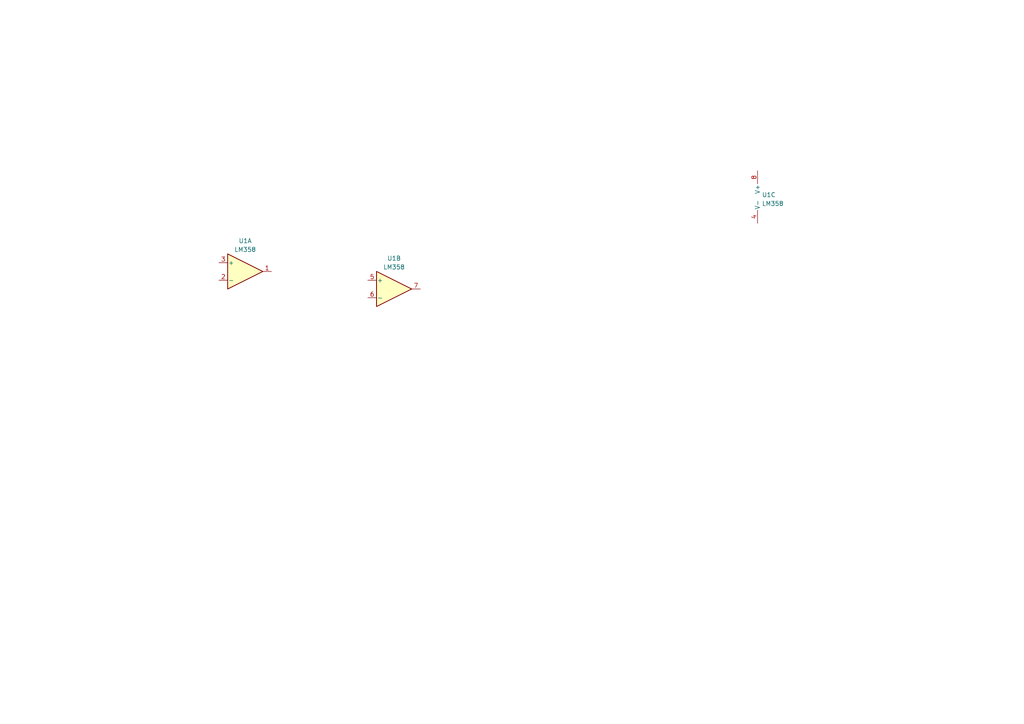
<source format=kicad_sch>
(kicad_sch (version 20230121) (generator eeschema)
  (paper "A4")
  (lib_symbols
    (symbol "Amplifier_Operational:LM358" (pin_names (offset 0.127))
      (property "Reference" "U" (at 0 5.08 0))
      (property "Value" "LM358" (at 0 -5.08 0))
      (symbol "LM358_1_1"
        (polyline (pts (xy -5.08 5.08) (xy 5.08 0) (xy -5.08 -5.08) (xy -5.08 5.08)) (stroke (width 0.254)) (fill (type background)))
        (pin output line (at 7.62 0 180) (length 2.54) (name "~") (number "1"))
        (pin input line (at -7.62 -2.54 0) (length 2.54) (name "-") (number "2"))
        (pin input line (at -7.62 2.54 0) (length 2.54) (name "+") (number "3"))
      )
      (symbol "LM358_2_1"
        (polyline (pts (xy -5.08 5.08) (xy 5.08 0) (xy -5.08 -5.08) (xy -5.08 5.08)) (stroke (width 0.254)) (fill (type background)))
        (pin input line (at -7.62 2.54 0) (length 2.54) (name "+") (number "5"))
        (pin input line (at -7.62 -2.54 0) (length 2.54) (name "-") (number "6"))
        (pin output line (at 7.62 0 180) (length 2.54) (name "~") (number "7"))
      )
      (symbol "LM358_3_1"
        (pin power_in line (at -2.54 -7.62 90) (length 3.81) (name "V-") (number "4"))
        (pin power_in line (at -2.54 7.62 270) (length 3.81) (name "V+") (number "8"))
      )
    )
  )
  (symbol (lib_id "Amplifier_Operational:LM358") (at 222.25 57.15 0) (unit 3)
    (property "Reference" "U1" (at 220.98 56.515 0) (effects (justify left)))
    (property "Value" "LM358" (at 220.98 59.055 0) (effects (justify left)))
    (property "Datasheet" "http://www.ti.com/lit/ds/symlink/lm2904-n.pdf" (effects hide))
  )
  (symbol (lib_id "Amplifier_Operational:LM358") (at 114.3 83.82 0) (unit 2)
    (property "Reference" "U1" (at 114.3 74.93 0))
    (property "Value" "LM358" (at 114.3 77.47 0))
    (property "Datasheet" "http://www.ti.com/lit/ds/symlink/lm2904-n.pdf" (effects hide))
  )
  (symbol (lib_id "Amplifier_Operational:LM358") (at 71.12 78.74 0) (unit 1)
    (property "Reference" "U1" (at 71.12 69.85 0))
    (property "Value" "LM358" (at 71.12 72.39 0))
    (property "Datasheet" "http://www.ti.com/lit/ds/symlink/lm2904-n.pdf" (effects hide))
  )
)
</source>
